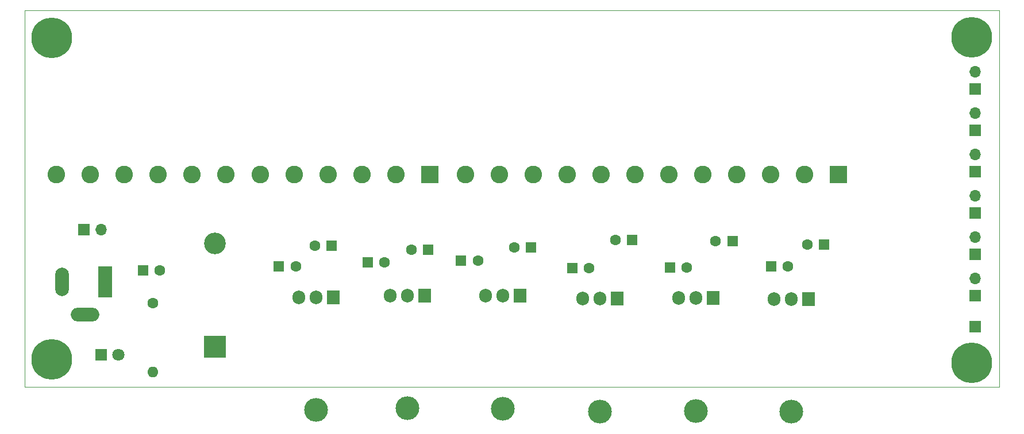
<source format=gbr>
%TF.GenerationSoftware,KiCad,Pcbnew,(6.0.4)*%
%TF.CreationDate,2023-08-24T18:54:07-03:00*%
%TF.ProjectId,PCB drive motor,50434220-6472-4697-9665-206d6f746f72,rev?*%
%TF.SameCoordinates,PX1a3bac8PY5add478*%
%TF.FileFunction,Soldermask,Top*%
%TF.FilePolarity,Negative*%
%FSLAX46Y46*%
G04 Gerber Fmt 4.6, Leading zero omitted, Abs format (unit mm)*
G04 Created by KiCad (PCBNEW (6.0.4)) date 2023-08-24 18:54:07*
%MOMM*%
%LPD*%
G01*
G04 APERTURE LIST*
%TA.AperFunction,Profile*%
%ADD10C,0.100000*%
%TD*%
%ADD11R,2.000000X4.600000*%
%ADD12O,2.000000X4.200000*%
%ADD13O,4.200000X2.000000*%
%ADD14R,1.600000X1.600000*%
%ADD15C,1.600000*%
%ADD16R,1.700000X1.700000*%
%ADD17R,2.600000X2.600000*%
%ADD18C,2.600000*%
%ADD19C,6.000000*%
%ADD20O,1.700000X1.700000*%
%ADD21O,3.500000X3.500000*%
%ADD22R,1.905000X2.000000*%
%ADD23O,1.905000X2.000000*%
%ADD24R,1.800000X1.800000*%
%ADD25C,1.800000*%
%ADD26O,1.600000X1.600000*%
%ADD27R,3.200000X3.200000*%
%ADD28O,3.200000X3.200000*%
G04 APERTURE END LIST*
D10*
X0Y55523400D02*
X143581400Y55523400D01*
X143581400Y55523400D02*
X143581400Y0D01*
X143581400Y0D02*
X0Y0D01*
X0Y0D02*
X0Y55523400D01*
D11*
%TO.C,J1*%
X11811000Y15485000D03*
D12*
X5511000Y15485000D03*
D13*
X8911000Y10685000D03*
%TD*%
D14*
%TO.C,C17*%
X64296288Y18610000D03*
D15*
X66796288Y18610000D03*
%TD*%
D16*
%TO.C,J4*%
X140026400Y8935000D03*
%TD*%
D14*
%TO.C,C7*%
X59436513Y20250000D03*
D15*
X56936513Y20250000D03*
%TD*%
D17*
%TO.C,J3*%
X119921400Y31345000D03*
D18*
X114921400Y31345000D03*
X109921400Y31345000D03*
X104921400Y31345000D03*
X99921400Y31345000D03*
X94921400Y31345000D03*
X89921400Y31345000D03*
X84921400Y31345000D03*
X79921400Y31345000D03*
X74921400Y31345000D03*
X69921400Y31345000D03*
X64921400Y31345000D03*
%TD*%
D19*
%TO.C,03*%
X139551400Y51590000D03*
%TD*%
D16*
%TO.C,J8*%
X140036400Y43985000D03*
D20*
X140036400Y46525000D03*
%TD*%
D21*
%TO.C,U6*%
X112961400Y-3650000D03*
D22*
X115501400Y13010000D03*
D23*
X112961400Y13010000D03*
X110421400Y13010000D03*
%TD*%
D21*
%TO.C,U2*%
X84751400Y-3590000D03*
D22*
X87291400Y13070000D03*
D23*
X84751400Y13070000D03*
X82211400Y13070000D03*
%TD*%
D14*
%TO.C,C8*%
X104301400Y21540000D03*
D15*
X101801400Y21540000D03*
%TD*%
D21*
%TO.C,U4*%
X98891400Y-3560000D03*
D22*
X101431400Y13100000D03*
D23*
X98891400Y13100000D03*
X96351400Y13100000D03*
%TD*%
D16*
%TO.C,J11*%
X140036400Y25655000D03*
D20*
X140036400Y28195000D03*
%TD*%
D21*
%TO.C,U5*%
X70481400Y-3170000D03*
D22*
X73021400Y13490000D03*
D23*
X70481400Y13490000D03*
X67941400Y13490000D03*
%TD*%
D21*
%TO.C,U3*%
X56361400Y-3150000D03*
D22*
X58901400Y13510000D03*
D23*
X56361400Y13510000D03*
X53821400Y13510000D03*
%TD*%
D14*
%TO.C,C1*%
X45236513Y20840000D03*
D15*
X42736513Y20840000D03*
%TD*%
D14*
%TO.C,C11*%
X50541400Y18380000D03*
D15*
X53041400Y18380000D03*
%TD*%
D14*
%TO.C,C5*%
X37436288Y17780000D03*
D15*
X39936288Y17780000D03*
%TD*%
D19*
%TO.C,04*%
X139561400Y3540000D03*
%TD*%
D17*
%TO.C,J2*%
X59671400Y31350000D03*
D18*
X54671400Y31350000D03*
X49671400Y31350000D03*
X44671400Y31350000D03*
X39671400Y31350000D03*
X34671400Y31350000D03*
X29671400Y31350000D03*
X24671400Y31350000D03*
X19671400Y31350000D03*
X14671400Y31350000D03*
X9671400Y31350000D03*
X4671400Y31350000D03*
%TD*%
D16*
%TO.C,J10*%
X140036400Y37865000D03*
D20*
X140036400Y40405000D03*
%TD*%
D24*
%TO.C,D2*%
X11226400Y4730000D03*
D25*
X13766400Y4730000D03*
%TD*%
D14*
%TO.C,C2*%
X89501400Y21730000D03*
D15*
X87001400Y21730000D03*
%TD*%
%TO.C,R1*%
X18841400Y12400000D03*
D26*
X18841400Y2240000D03*
%TD*%
D14*
%TO.C,C12*%
X95061400Y17640000D03*
D15*
X97561400Y17640000D03*
%TD*%
D14*
%TO.C,C14*%
X117791400Y21000000D03*
D15*
X115291400Y21000000D03*
%TD*%
D14*
%TO.C,C3*%
X17416288Y17180000D03*
D15*
X19916288Y17180000D03*
%TD*%
D16*
%TO.C,J9*%
X140036400Y31765000D03*
D20*
X140036400Y34305000D03*
%TD*%
D27*
%TO.C,D1*%
X28011400Y5980000D03*
D28*
X28011400Y21220000D03*
%TD*%
D14*
%TO.C,C18*%
X109956288Y17830000D03*
D15*
X112456288Y17830000D03*
%TD*%
D16*
%TO.C,J12*%
X140041400Y13450000D03*
D20*
X140041400Y15990000D03*
%TD*%
D14*
%TO.C,C13*%
X74596513Y20620000D03*
D15*
X72096513Y20620000D03*
%TD*%
D19*
%TO.C,02*%
X4001400Y51470000D03*
%TD*%
D21*
%TO.C,U1*%
X42941400Y-3400000D03*
D22*
X45481400Y13260000D03*
D23*
X42941400Y13260000D03*
X40401400Y13260000D03*
%TD*%
D16*
%TO.C,J13*%
X140036400Y19550000D03*
D20*
X140036400Y22090000D03*
%TD*%
D16*
%TO.C,J14*%
X8691400Y23225000D03*
D20*
X11231400Y23225000D03*
%TD*%
D14*
%TO.C,C6*%
X80676288Y17560000D03*
D15*
X83176288Y17560000D03*
%TD*%
D19*
%TO.C,01*%
X4011400Y4050000D03*
%TD*%
M02*

</source>
